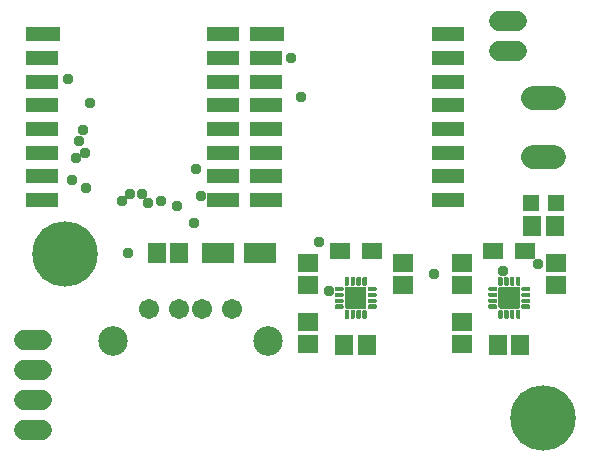
<source format=gts>
G04 EAGLE Gerber RS-274X export*
G75*
%MOMM*%
%FSLAX34Y34*%
%LPD*%
%INTop Solder Mask*%
%IPPOS*%
%AMOC8*
5,1,8,0,0,1.08239X$1,22.5*%
G01*
%ADD10R,1.503200X1.703200*%
%ADD11R,1.703200X1.503200*%
%ADD12R,1.703200X1.403200*%
%ADD13C,1.727200*%
%ADD14R,3.003200X1.303200*%
%ADD15R,2.803200X1.303200*%
%ADD16C,1.993900*%
%ADD17R,2.803200X1.803200*%
%ADD18C,5.537200*%
%ADD19C,1.711200*%
%ADD20C,2.503200*%
%ADD21R,1.403200X1.403200*%
%ADD22C,0.959600*%

G36*
X437042Y132919D02*
X437042Y132919D01*
X437183Y132935D01*
X437195Y132939D01*
X437207Y132941D01*
X437339Y132995D01*
X437472Y133046D01*
X437481Y133053D01*
X437493Y133057D01*
X437607Y133144D01*
X437722Y133227D01*
X437730Y133236D01*
X437739Y133244D01*
X437828Y133356D01*
X437918Y133466D01*
X437923Y133477D01*
X437930Y133487D01*
X437987Y133617D01*
X438046Y133747D01*
X438048Y133758D01*
X438053Y133770D01*
X438099Y134076D01*
X438098Y134089D01*
X438099Y134100D01*
X438099Y149900D01*
X438081Y150042D01*
X438065Y150183D01*
X438061Y150195D01*
X438059Y150207D01*
X438005Y150339D01*
X437954Y150472D01*
X437947Y150481D01*
X437943Y150493D01*
X437856Y150607D01*
X437773Y150722D01*
X437764Y150730D01*
X437756Y150739D01*
X437644Y150828D01*
X437534Y150918D01*
X437523Y150923D01*
X437513Y150930D01*
X437383Y150987D01*
X437253Y151046D01*
X437242Y151048D01*
X437230Y151053D01*
X436924Y151099D01*
X436911Y151098D01*
X436900Y151099D01*
X421100Y151099D01*
X420958Y151081D01*
X420817Y151065D01*
X420806Y151061D01*
X420793Y151059D01*
X420661Y151005D01*
X420528Y150954D01*
X420519Y150947D01*
X420507Y150943D01*
X420393Y150856D01*
X420278Y150773D01*
X420270Y150764D01*
X420261Y150756D01*
X420172Y150644D01*
X420082Y150534D01*
X420077Y150523D01*
X420070Y150513D01*
X420013Y150383D01*
X419954Y150253D01*
X419952Y150242D01*
X419947Y150230D01*
X419901Y149924D01*
X419902Y149911D01*
X419901Y149900D01*
X419901Y134100D01*
X419919Y133958D01*
X419935Y133817D01*
X419939Y133806D01*
X419941Y133793D01*
X419995Y133661D01*
X420046Y133528D01*
X420053Y133519D01*
X420057Y133507D01*
X420144Y133393D01*
X420227Y133278D01*
X420236Y133270D01*
X420244Y133261D01*
X420356Y133172D01*
X420466Y133082D01*
X420477Y133077D01*
X420487Y133070D01*
X420617Y133013D01*
X420747Y132954D01*
X420758Y132952D01*
X420770Y132947D01*
X421076Y132901D01*
X421089Y132902D01*
X421100Y132901D01*
X436900Y132901D01*
X437042Y132919D01*
G37*
G36*
X307042Y132919D02*
X307042Y132919D01*
X307183Y132935D01*
X307195Y132939D01*
X307207Y132941D01*
X307339Y132995D01*
X307472Y133046D01*
X307481Y133053D01*
X307493Y133057D01*
X307607Y133144D01*
X307722Y133227D01*
X307730Y133236D01*
X307739Y133244D01*
X307828Y133356D01*
X307918Y133466D01*
X307923Y133477D01*
X307930Y133487D01*
X307987Y133617D01*
X308046Y133747D01*
X308048Y133758D01*
X308053Y133770D01*
X308099Y134076D01*
X308098Y134089D01*
X308099Y134100D01*
X308099Y149900D01*
X308081Y150042D01*
X308065Y150183D01*
X308061Y150195D01*
X308059Y150207D01*
X308005Y150339D01*
X307954Y150472D01*
X307947Y150481D01*
X307943Y150493D01*
X307856Y150607D01*
X307773Y150722D01*
X307764Y150730D01*
X307756Y150739D01*
X307644Y150828D01*
X307534Y150918D01*
X307523Y150923D01*
X307513Y150930D01*
X307383Y150987D01*
X307253Y151046D01*
X307242Y151048D01*
X307230Y151053D01*
X306924Y151099D01*
X306911Y151098D01*
X306900Y151099D01*
X291100Y151099D01*
X290958Y151081D01*
X290817Y151065D01*
X290806Y151061D01*
X290793Y151059D01*
X290661Y151005D01*
X290528Y150954D01*
X290519Y150947D01*
X290507Y150943D01*
X290393Y150856D01*
X290278Y150773D01*
X290270Y150764D01*
X290261Y150756D01*
X290172Y150644D01*
X290082Y150534D01*
X290077Y150523D01*
X290070Y150513D01*
X290013Y150383D01*
X289954Y150253D01*
X289952Y150242D01*
X289947Y150230D01*
X289901Y149924D01*
X289902Y149911D01*
X289901Y149900D01*
X289901Y134100D01*
X289919Y133958D01*
X289935Y133817D01*
X289939Y133806D01*
X289941Y133793D01*
X289995Y133661D01*
X290046Y133528D01*
X290053Y133519D01*
X290057Y133507D01*
X290144Y133393D01*
X290227Y133278D01*
X290236Y133270D01*
X290244Y133261D01*
X290356Y133172D01*
X290466Y133082D01*
X290477Y133077D01*
X290487Y133070D01*
X290617Y133013D01*
X290747Y132954D01*
X290758Y132952D01*
X290770Y132947D01*
X291076Y132901D01*
X291089Y132902D01*
X291100Y132901D01*
X306900Y132901D01*
X307042Y132919D01*
G37*
G36*
X292342Y152319D02*
X292342Y152319D01*
X292483Y152335D01*
X292495Y152339D01*
X292507Y152341D01*
X292639Y152395D01*
X292772Y152446D01*
X292781Y152453D01*
X292793Y152457D01*
X292907Y152544D01*
X293022Y152627D01*
X293030Y152636D01*
X293039Y152644D01*
X293128Y152756D01*
X293218Y152866D01*
X293223Y152877D01*
X293230Y152887D01*
X293287Y153017D01*
X293346Y153147D01*
X293348Y153158D01*
X293353Y153170D01*
X293399Y153476D01*
X293398Y153489D01*
X293399Y153500D01*
X293399Y158500D01*
X293381Y158642D01*
X293365Y158783D01*
X293361Y158795D01*
X293359Y158807D01*
X293305Y158939D01*
X293254Y159072D01*
X293247Y159081D01*
X293243Y159093D01*
X293156Y159207D01*
X293073Y159322D01*
X293064Y159330D01*
X293056Y159339D01*
X292944Y159428D01*
X292834Y159518D01*
X292823Y159523D01*
X292813Y159530D01*
X292683Y159587D01*
X292553Y159646D01*
X292542Y159648D01*
X292530Y159653D01*
X292224Y159699D01*
X292211Y159698D01*
X292200Y159699D01*
X290800Y159699D01*
X290658Y159681D01*
X290517Y159665D01*
X290506Y159661D01*
X290493Y159659D01*
X290361Y159605D01*
X290228Y159554D01*
X290219Y159547D01*
X290207Y159543D01*
X290093Y159456D01*
X289978Y159373D01*
X289970Y159364D01*
X289961Y159356D01*
X289872Y159244D01*
X289782Y159134D01*
X289777Y159123D01*
X289770Y159113D01*
X289713Y158983D01*
X289654Y158853D01*
X289652Y158842D01*
X289647Y158830D01*
X289601Y158524D01*
X289602Y158511D01*
X289601Y158500D01*
X289601Y153500D01*
X289619Y153358D01*
X289635Y153217D01*
X289639Y153206D01*
X289641Y153193D01*
X289695Y153061D01*
X289746Y152928D01*
X289753Y152919D01*
X289757Y152907D01*
X289844Y152793D01*
X289927Y152678D01*
X289936Y152670D01*
X289944Y152661D01*
X290056Y152572D01*
X290166Y152482D01*
X290177Y152477D01*
X290187Y152470D01*
X290317Y152413D01*
X290447Y152354D01*
X290458Y152352D01*
X290470Y152347D01*
X290776Y152301D01*
X290789Y152302D01*
X290800Y152301D01*
X292200Y152301D01*
X292342Y152319D01*
G37*
G36*
X297342Y152319D02*
X297342Y152319D01*
X297483Y152335D01*
X297495Y152339D01*
X297507Y152341D01*
X297639Y152395D01*
X297772Y152446D01*
X297781Y152453D01*
X297793Y152457D01*
X297907Y152544D01*
X298022Y152627D01*
X298030Y152636D01*
X298039Y152644D01*
X298128Y152756D01*
X298218Y152866D01*
X298223Y152877D01*
X298230Y152887D01*
X298287Y153017D01*
X298346Y153147D01*
X298348Y153158D01*
X298353Y153170D01*
X298399Y153476D01*
X298398Y153489D01*
X298399Y153500D01*
X298399Y158500D01*
X298381Y158642D01*
X298365Y158783D01*
X298361Y158795D01*
X298359Y158807D01*
X298305Y158939D01*
X298254Y159072D01*
X298247Y159081D01*
X298243Y159093D01*
X298156Y159207D01*
X298073Y159322D01*
X298064Y159330D01*
X298056Y159339D01*
X297944Y159428D01*
X297834Y159518D01*
X297823Y159523D01*
X297813Y159530D01*
X297683Y159587D01*
X297553Y159646D01*
X297542Y159648D01*
X297530Y159653D01*
X297224Y159699D01*
X297211Y159698D01*
X297200Y159699D01*
X295800Y159699D01*
X295658Y159681D01*
X295517Y159665D01*
X295506Y159661D01*
X295493Y159659D01*
X295361Y159605D01*
X295228Y159554D01*
X295219Y159547D01*
X295207Y159543D01*
X295093Y159456D01*
X294978Y159373D01*
X294970Y159364D01*
X294961Y159356D01*
X294872Y159244D01*
X294782Y159134D01*
X294777Y159123D01*
X294770Y159113D01*
X294713Y158983D01*
X294654Y158853D01*
X294652Y158842D01*
X294647Y158830D01*
X294601Y158524D01*
X294602Y158511D01*
X294601Y158500D01*
X294601Y153500D01*
X294619Y153358D01*
X294635Y153217D01*
X294639Y153206D01*
X294641Y153193D01*
X294695Y153061D01*
X294746Y152928D01*
X294753Y152919D01*
X294757Y152907D01*
X294844Y152793D01*
X294927Y152678D01*
X294936Y152670D01*
X294944Y152661D01*
X295056Y152572D01*
X295166Y152482D01*
X295177Y152477D01*
X295187Y152470D01*
X295317Y152413D01*
X295447Y152354D01*
X295458Y152352D01*
X295470Y152347D01*
X295776Y152301D01*
X295789Y152302D01*
X295800Y152301D01*
X297200Y152301D01*
X297342Y152319D01*
G37*
G36*
X437342Y152319D02*
X437342Y152319D01*
X437483Y152335D01*
X437495Y152339D01*
X437507Y152341D01*
X437639Y152395D01*
X437772Y152446D01*
X437781Y152453D01*
X437793Y152457D01*
X437907Y152544D01*
X438022Y152627D01*
X438030Y152636D01*
X438039Y152644D01*
X438128Y152756D01*
X438218Y152866D01*
X438223Y152877D01*
X438230Y152887D01*
X438287Y153017D01*
X438346Y153147D01*
X438348Y153158D01*
X438353Y153170D01*
X438399Y153476D01*
X438398Y153489D01*
X438399Y153500D01*
X438399Y158500D01*
X438381Y158642D01*
X438365Y158783D01*
X438361Y158795D01*
X438359Y158807D01*
X438305Y158939D01*
X438254Y159072D01*
X438247Y159081D01*
X438243Y159093D01*
X438156Y159207D01*
X438073Y159322D01*
X438064Y159330D01*
X438056Y159339D01*
X437944Y159428D01*
X437834Y159518D01*
X437823Y159523D01*
X437813Y159530D01*
X437683Y159587D01*
X437553Y159646D01*
X437542Y159648D01*
X437530Y159653D01*
X437224Y159699D01*
X437211Y159698D01*
X437200Y159699D01*
X435800Y159699D01*
X435658Y159681D01*
X435517Y159665D01*
X435506Y159661D01*
X435493Y159659D01*
X435361Y159605D01*
X435228Y159554D01*
X435219Y159547D01*
X435207Y159543D01*
X435093Y159456D01*
X434978Y159373D01*
X434970Y159364D01*
X434961Y159356D01*
X434872Y159244D01*
X434782Y159134D01*
X434777Y159123D01*
X434770Y159113D01*
X434713Y158983D01*
X434654Y158853D01*
X434652Y158842D01*
X434647Y158830D01*
X434601Y158524D01*
X434602Y158511D01*
X434601Y158500D01*
X434601Y153500D01*
X434619Y153358D01*
X434635Y153217D01*
X434639Y153206D01*
X434641Y153193D01*
X434695Y153061D01*
X434746Y152928D01*
X434753Y152919D01*
X434757Y152907D01*
X434844Y152793D01*
X434927Y152678D01*
X434936Y152670D01*
X434944Y152661D01*
X435056Y152572D01*
X435166Y152482D01*
X435177Y152477D01*
X435187Y152470D01*
X435317Y152413D01*
X435447Y152354D01*
X435458Y152352D01*
X435470Y152347D01*
X435776Y152301D01*
X435789Y152302D01*
X435800Y152301D01*
X437200Y152301D01*
X437342Y152319D01*
G37*
G36*
X302342Y152319D02*
X302342Y152319D01*
X302483Y152335D01*
X302495Y152339D01*
X302507Y152341D01*
X302639Y152395D01*
X302772Y152446D01*
X302781Y152453D01*
X302793Y152457D01*
X302907Y152544D01*
X303022Y152627D01*
X303030Y152636D01*
X303039Y152644D01*
X303128Y152756D01*
X303218Y152866D01*
X303223Y152877D01*
X303230Y152887D01*
X303287Y153017D01*
X303346Y153147D01*
X303348Y153158D01*
X303353Y153170D01*
X303399Y153476D01*
X303398Y153489D01*
X303399Y153500D01*
X303399Y158500D01*
X303381Y158642D01*
X303365Y158783D01*
X303361Y158795D01*
X303359Y158807D01*
X303305Y158939D01*
X303254Y159072D01*
X303247Y159081D01*
X303243Y159093D01*
X303156Y159207D01*
X303073Y159322D01*
X303064Y159330D01*
X303056Y159339D01*
X302944Y159428D01*
X302834Y159518D01*
X302823Y159523D01*
X302813Y159530D01*
X302683Y159587D01*
X302553Y159646D01*
X302542Y159648D01*
X302530Y159653D01*
X302224Y159699D01*
X302211Y159698D01*
X302200Y159699D01*
X300800Y159699D01*
X300658Y159681D01*
X300517Y159665D01*
X300506Y159661D01*
X300493Y159659D01*
X300361Y159605D01*
X300228Y159554D01*
X300219Y159547D01*
X300207Y159543D01*
X300093Y159456D01*
X299978Y159373D01*
X299970Y159364D01*
X299961Y159356D01*
X299872Y159244D01*
X299782Y159134D01*
X299777Y159123D01*
X299770Y159113D01*
X299713Y158983D01*
X299654Y158853D01*
X299652Y158842D01*
X299647Y158830D01*
X299601Y158524D01*
X299602Y158511D01*
X299601Y158500D01*
X299601Y153500D01*
X299619Y153358D01*
X299635Y153217D01*
X299639Y153206D01*
X299641Y153193D01*
X299695Y153061D01*
X299746Y152928D01*
X299753Y152919D01*
X299757Y152907D01*
X299844Y152793D01*
X299927Y152678D01*
X299936Y152670D01*
X299944Y152661D01*
X300056Y152572D01*
X300166Y152482D01*
X300177Y152477D01*
X300187Y152470D01*
X300317Y152413D01*
X300447Y152354D01*
X300458Y152352D01*
X300470Y152347D01*
X300776Y152301D01*
X300789Y152302D01*
X300800Y152301D01*
X302200Y152301D01*
X302342Y152319D01*
G37*
G36*
X307342Y152319D02*
X307342Y152319D01*
X307483Y152335D01*
X307495Y152339D01*
X307507Y152341D01*
X307639Y152395D01*
X307772Y152446D01*
X307781Y152453D01*
X307793Y152457D01*
X307907Y152544D01*
X308022Y152627D01*
X308030Y152636D01*
X308039Y152644D01*
X308128Y152756D01*
X308218Y152866D01*
X308223Y152877D01*
X308230Y152887D01*
X308287Y153017D01*
X308346Y153147D01*
X308348Y153158D01*
X308353Y153170D01*
X308399Y153476D01*
X308398Y153489D01*
X308399Y153500D01*
X308399Y158500D01*
X308381Y158642D01*
X308365Y158783D01*
X308361Y158795D01*
X308359Y158807D01*
X308305Y158939D01*
X308254Y159072D01*
X308247Y159081D01*
X308243Y159093D01*
X308156Y159207D01*
X308073Y159322D01*
X308064Y159330D01*
X308056Y159339D01*
X307944Y159428D01*
X307834Y159518D01*
X307823Y159523D01*
X307813Y159530D01*
X307683Y159587D01*
X307553Y159646D01*
X307542Y159648D01*
X307530Y159653D01*
X307224Y159699D01*
X307211Y159698D01*
X307200Y159699D01*
X305800Y159699D01*
X305658Y159681D01*
X305517Y159665D01*
X305506Y159661D01*
X305493Y159659D01*
X305361Y159605D01*
X305228Y159554D01*
X305219Y159547D01*
X305207Y159543D01*
X305093Y159456D01*
X304978Y159373D01*
X304970Y159364D01*
X304961Y159356D01*
X304872Y159244D01*
X304782Y159134D01*
X304777Y159123D01*
X304770Y159113D01*
X304713Y158983D01*
X304654Y158853D01*
X304652Y158842D01*
X304647Y158830D01*
X304601Y158524D01*
X304602Y158511D01*
X304601Y158500D01*
X304601Y153500D01*
X304619Y153358D01*
X304635Y153217D01*
X304639Y153206D01*
X304641Y153193D01*
X304695Y153061D01*
X304746Y152928D01*
X304753Y152919D01*
X304757Y152907D01*
X304844Y152793D01*
X304927Y152678D01*
X304936Y152670D01*
X304944Y152661D01*
X305056Y152572D01*
X305166Y152482D01*
X305177Y152477D01*
X305187Y152470D01*
X305317Y152413D01*
X305447Y152354D01*
X305458Y152352D01*
X305470Y152347D01*
X305776Y152301D01*
X305789Y152302D01*
X305800Y152301D01*
X307200Y152301D01*
X307342Y152319D01*
G37*
G36*
X422342Y152319D02*
X422342Y152319D01*
X422483Y152335D01*
X422495Y152339D01*
X422507Y152341D01*
X422639Y152395D01*
X422772Y152446D01*
X422781Y152453D01*
X422793Y152457D01*
X422907Y152544D01*
X423022Y152627D01*
X423030Y152636D01*
X423039Y152644D01*
X423128Y152756D01*
X423218Y152866D01*
X423223Y152877D01*
X423230Y152887D01*
X423287Y153017D01*
X423346Y153147D01*
X423348Y153158D01*
X423353Y153170D01*
X423399Y153476D01*
X423398Y153489D01*
X423399Y153500D01*
X423399Y158500D01*
X423381Y158642D01*
X423365Y158783D01*
X423361Y158795D01*
X423359Y158807D01*
X423305Y158939D01*
X423254Y159072D01*
X423247Y159081D01*
X423243Y159093D01*
X423156Y159207D01*
X423073Y159322D01*
X423064Y159330D01*
X423056Y159339D01*
X422944Y159428D01*
X422834Y159518D01*
X422823Y159523D01*
X422813Y159530D01*
X422683Y159587D01*
X422553Y159646D01*
X422542Y159648D01*
X422530Y159653D01*
X422224Y159699D01*
X422211Y159698D01*
X422200Y159699D01*
X420800Y159699D01*
X420658Y159681D01*
X420517Y159665D01*
X420506Y159661D01*
X420493Y159659D01*
X420361Y159605D01*
X420228Y159554D01*
X420219Y159547D01*
X420207Y159543D01*
X420093Y159456D01*
X419978Y159373D01*
X419970Y159364D01*
X419961Y159356D01*
X419872Y159244D01*
X419782Y159134D01*
X419777Y159123D01*
X419770Y159113D01*
X419713Y158983D01*
X419654Y158853D01*
X419652Y158842D01*
X419647Y158830D01*
X419601Y158524D01*
X419602Y158511D01*
X419601Y158500D01*
X419601Y153500D01*
X419619Y153358D01*
X419635Y153217D01*
X419639Y153206D01*
X419641Y153193D01*
X419695Y153061D01*
X419746Y152928D01*
X419753Y152919D01*
X419757Y152907D01*
X419844Y152793D01*
X419927Y152678D01*
X419936Y152670D01*
X419944Y152661D01*
X420056Y152572D01*
X420166Y152482D01*
X420177Y152477D01*
X420187Y152470D01*
X420317Y152413D01*
X420447Y152354D01*
X420458Y152352D01*
X420470Y152347D01*
X420776Y152301D01*
X420789Y152302D01*
X420800Y152301D01*
X422200Y152301D01*
X422342Y152319D01*
G37*
G36*
X432342Y152319D02*
X432342Y152319D01*
X432483Y152335D01*
X432495Y152339D01*
X432507Y152341D01*
X432639Y152395D01*
X432772Y152446D01*
X432781Y152453D01*
X432793Y152457D01*
X432907Y152544D01*
X433022Y152627D01*
X433030Y152636D01*
X433039Y152644D01*
X433128Y152756D01*
X433218Y152866D01*
X433223Y152877D01*
X433230Y152887D01*
X433287Y153017D01*
X433346Y153147D01*
X433348Y153158D01*
X433353Y153170D01*
X433399Y153476D01*
X433398Y153489D01*
X433399Y153500D01*
X433399Y158500D01*
X433381Y158642D01*
X433365Y158783D01*
X433361Y158795D01*
X433359Y158807D01*
X433305Y158939D01*
X433254Y159072D01*
X433247Y159081D01*
X433243Y159093D01*
X433156Y159207D01*
X433073Y159322D01*
X433064Y159330D01*
X433056Y159339D01*
X432944Y159428D01*
X432834Y159518D01*
X432823Y159523D01*
X432813Y159530D01*
X432683Y159587D01*
X432553Y159646D01*
X432542Y159648D01*
X432530Y159653D01*
X432224Y159699D01*
X432211Y159698D01*
X432200Y159699D01*
X430800Y159699D01*
X430658Y159681D01*
X430517Y159665D01*
X430506Y159661D01*
X430493Y159659D01*
X430361Y159605D01*
X430228Y159554D01*
X430219Y159547D01*
X430207Y159543D01*
X430093Y159456D01*
X429978Y159373D01*
X429970Y159364D01*
X429961Y159356D01*
X429872Y159244D01*
X429782Y159134D01*
X429777Y159123D01*
X429770Y159113D01*
X429713Y158983D01*
X429654Y158853D01*
X429652Y158842D01*
X429647Y158830D01*
X429601Y158524D01*
X429602Y158511D01*
X429601Y158500D01*
X429601Y153500D01*
X429619Y153358D01*
X429635Y153217D01*
X429639Y153206D01*
X429641Y153193D01*
X429695Y153061D01*
X429746Y152928D01*
X429753Y152919D01*
X429757Y152907D01*
X429844Y152793D01*
X429927Y152678D01*
X429936Y152670D01*
X429944Y152661D01*
X430056Y152572D01*
X430166Y152482D01*
X430177Y152477D01*
X430187Y152470D01*
X430317Y152413D01*
X430447Y152354D01*
X430458Y152352D01*
X430470Y152347D01*
X430776Y152301D01*
X430789Y152302D01*
X430800Y152301D01*
X432200Y152301D01*
X432342Y152319D01*
G37*
G36*
X427342Y152319D02*
X427342Y152319D01*
X427483Y152335D01*
X427495Y152339D01*
X427507Y152341D01*
X427639Y152395D01*
X427772Y152446D01*
X427781Y152453D01*
X427793Y152457D01*
X427907Y152544D01*
X428022Y152627D01*
X428030Y152636D01*
X428039Y152644D01*
X428128Y152756D01*
X428218Y152866D01*
X428223Y152877D01*
X428230Y152887D01*
X428287Y153017D01*
X428346Y153147D01*
X428348Y153158D01*
X428353Y153170D01*
X428399Y153476D01*
X428398Y153489D01*
X428399Y153500D01*
X428399Y158500D01*
X428381Y158642D01*
X428365Y158783D01*
X428361Y158795D01*
X428359Y158807D01*
X428305Y158939D01*
X428254Y159072D01*
X428247Y159081D01*
X428243Y159093D01*
X428156Y159207D01*
X428073Y159322D01*
X428064Y159330D01*
X428056Y159339D01*
X427944Y159428D01*
X427834Y159518D01*
X427823Y159523D01*
X427813Y159530D01*
X427683Y159587D01*
X427553Y159646D01*
X427542Y159648D01*
X427530Y159653D01*
X427224Y159699D01*
X427211Y159698D01*
X427200Y159699D01*
X425800Y159699D01*
X425658Y159681D01*
X425517Y159665D01*
X425506Y159661D01*
X425493Y159659D01*
X425361Y159605D01*
X425228Y159554D01*
X425219Y159547D01*
X425207Y159543D01*
X425093Y159456D01*
X424978Y159373D01*
X424970Y159364D01*
X424961Y159356D01*
X424872Y159244D01*
X424782Y159134D01*
X424777Y159123D01*
X424770Y159113D01*
X424713Y158983D01*
X424654Y158853D01*
X424652Y158842D01*
X424647Y158830D01*
X424601Y158524D01*
X424602Y158511D01*
X424601Y158500D01*
X424601Y153500D01*
X424619Y153358D01*
X424635Y153217D01*
X424639Y153206D01*
X424641Y153193D01*
X424695Y153061D01*
X424746Y152928D01*
X424753Y152919D01*
X424757Y152907D01*
X424844Y152793D01*
X424927Y152678D01*
X424936Y152670D01*
X424944Y152661D01*
X425056Y152572D01*
X425166Y152482D01*
X425177Y152477D01*
X425187Y152470D01*
X425317Y152413D01*
X425447Y152354D01*
X425458Y152352D01*
X425470Y152347D01*
X425776Y152301D01*
X425789Y152302D01*
X425800Y152301D01*
X427200Y152301D01*
X427342Y152319D01*
G37*
G36*
X445642Y147619D02*
X445642Y147619D01*
X445783Y147635D01*
X445795Y147639D01*
X445807Y147641D01*
X445939Y147695D01*
X446072Y147746D01*
X446081Y147753D01*
X446093Y147757D01*
X446207Y147844D01*
X446322Y147927D01*
X446330Y147936D01*
X446339Y147944D01*
X446428Y148056D01*
X446518Y148166D01*
X446523Y148177D01*
X446530Y148187D01*
X446587Y148317D01*
X446646Y148447D01*
X446648Y148458D01*
X446653Y148470D01*
X446699Y148776D01*
X446698Y148789D01*
X446699Y148800D01*
X446699Y150200D01*
X446681Y150342D01*
X446665Y150483D01*
X446661Y150495D01*
X446659Y150507D01*
X446605Y150639D01*
X446554Y150772D01*
X446547Y150781D01*
X446543Y150793D01*
X446456Y150907D01*
X446373Y151022D01*
X446364Y151030D01*
X446356Y151039D01*
X446244Y151128D01*
X446134Y151218D01*
X446123Y151223D01*
X446113Y151230D01*
X445983Y151287D01*
X445853Y151346D01*
X445842Y151348D01*
X445830Y151353D01*
X445524Y151399D01*
X445511Y151398D01*
X445500Y151399D01*
X440500Y151399D01*
X440358Y151381D01*
X440217Y151365D01*
X440206Y151361D01*
X440193Y151359D01*
X440061Y151305D01*
X439928Y151254D01*
X439919Y151247D01*
X439907Y151243D01*
X439793Y151156D01*
X439678Y151073D01*
X439670Y151064D01*
X439661Y151056D01*
X439572Y150944D01*
X439482Y150834D01*
X439477Y150823D01*
X439470Y150813D01*
X439413Y150683D01*
X439354Y150553D01*
X439352Y150542D01*
X439347Y150530D01*
X439301Y150224D01*
X439302Y150211D01*
X439301Y150200D01*
X439301Y148800D01*
X439319Y148658D01*
X439335Y148517D01*
X439339Y148506D01*
X439341Y148493D01*
X439395Y148361D01*
X439446Y148228D01*
X439453Y148219D01*
X439457Y148207D01*
X439544Y148093D01*
X439627Y147978D01*
X439636Y147970D01*
X439644Y147961D01*
X439756Y147872D01*
X439866Y147782D01*
X439877Y147777D01*
X439887Y147770D01*
X440017Y147713D01*
X440147Y147654D01*
X440158Y147652D01*
X440170Y147647D01*
X440476Y147601D01*
X440489Y147602D01*
X440500Y147601D01*
X445500Y147601D01*
X445642Y147619D01*
G37*
G36*
X287642Y147619D02*
X287642Y147619D01*
X287783Y147635D01*
X287795Y147639D01*
X287807Y147641D01*
X287939Y147695D01*
X288072Y147746D01*
X288081Y147753D01*
X288093Y147757D01*
X288207Y147844D01*
X288322Y147927D01*
X288330Y147936D01*
X288339Y147944D01*
X288428Y148056D01*
X288518Y148166D01*
X288523Y148177D01*
X288530Y148187D01*
X288587Y148317D01*
X288646Y148447D01*
X288648Y148458D01*
X288653Y148470D01*
X288699Y148776D01*
X288698Y148789D01*
X288699Y148800D01*
X288699Y150200D01*
X288681Y150342D01*
X288665Y150483D01*
X288661Y150495D01*
X288659Y150507D01*
X288605Y150639D01*
X288554Y150772D01*
X288547Y150781D01*
X288543Y150793D01*
X288456Y150907D01*
X288373Y151022D01*
X288364Y151030D01*
X288356Y151039D01*
X288244Y151128D01*
X288134Y151218D01*
X288123Y151223D01*
X288113Y151230D01*
X287983Y151287D01*
X287853Y151346D01*
X287842Y151348D01*
X287830Y151353D01*
X287524Y151399D01*
X287511Y151398D01*
X287500Y151399D01*
X282500Y151399D01*
X282358Y151381D01*
X282217Y151365D01*
X282206Y151361D01*
X282193Y151359D01*
X282061Y151305D01*
X281928Y151254D01*
X281919Y151247D01*
X281907Y151243D01*
X281793Y151156D01*
X281678Y151073D01*
X281670Y151064D01*
X281661Y151056D01*
X281572Y150944D01*
X281482Y150834D01*
X281477Y150823D01*
X281470Y150813D01*
X281413Y150683D01*
X281354Y150553D01*
X281352Y150542D01*
X281347Y150530D01*
X281301Y150224D01*
X281302Y150211D01*
X281301Y150200D01*
X281301Y148800D01*
X281319Y148658D01*
X281335Y148517D01*
X281339Y148506D01*
X281341Y148493D01*
X281395Y148361D01*
X281446Y148228D01*
X281453Y148219D01*
X281457Y148207D01*
X281544Y148093D01*
X281627Y147978D01*
X281636Y147970D01*
X281644Y147961D01*
X281756Y147872D01*
X281866Y147782D01*
X281877Y147777D01*
X281887Y147770D01*
X282017Y147713D01*
X282147Y147654D01*
X282158Y147652D01*
X282170Y147647D01*
X282476Y147601D01*
X282489Y147602D01*
X282500Y147601D01*
X287500Y147601D01*
X287642Y147619D01*
G37*
G36*
X417642Y147619D02*
X417642Y147619D01*
X417783Y147635D01*
X417795Y147639D01*
X417807Y147641D01*
X417939Y147695D01*
X418072Y147746D01*
X418081Y147753D01*
X418093Y147757D01*
X418207Y147844D01*
X418322Y147927D01*
X418330Y147936D01*
X418339Y147944D01*
X418428Y148056D01*
X418518Y148166D01*
X418523Y148177D01*
X418530Y148187D01*
X418587Y148317D01*
X418646Y148447D01*
X418648Y148458D01*
X418653Y148470D01*
X418699Y148776D01*
X418698Y148789D01*
X418699Y148800D01*
X418699Y150200D01*
X418681Y150342D01*
X418665Y150483D01*
X418661Y150495D01*
X418659Y150507D01*
X418605Y150639D01*
X418554Y150772D01*
X418547Y150781D01*
X418543Y150793D01*
X418456Y150907D01*
X418373Y151022D01*
X418364Y151030D01*
X418356Y151039D01*
X418244Y151128D01*
X418134Y151218D01*
X418123Y151223D01*
X418113Y151230D01*
X417983Y151287D01*
X417853Y151346D01*
X417842Y151348D01*
X417830Y151353D01*
X417524Y151399D01*
X417511Y151398D01*
X417500Y151399D01*
X412500Y151399D01*
X412358Y151381D01*
X412217Y151365D01*
X412206Y151361D01*
X412193Y151359D01*
X412061Y151305D01*
X411928Y151254D01*
X411919Y151247D01*
X411907Y151243D01*
X411793Y151156D01*
X411678Y151073D01*
X411670Y151064D01*
X411661Y151056D01*
X411572Y150944D01*
X411482Y150834D01*
X411477Y150823D01*
X411470Y150813D01*
X411413Y150683D01*
X411354Y150553D01*
X411352Y150542D01*
X411347Y150530D01*
X411301Y150224D01*
X411302Y150211D01*
X411301Y150200D01*
X411301Y148800D01*
X411319Y148658D01*
X411335Y148517D01*
X411339Y148506D01*
X411341Y148493D01*
X411395Y148361D01*
X411446Y148228D01*
X411453Y148219D01*
X411457Y148207D01*
X411544Y148093D01*
X411627Y147978D01*
X411636Y147970D01*
X411644Y147961D01*
X411756Y147872D01*
X411866Y147782D01*
X411877Y147777D01*
X411887Y147770D01*
X412017Y147713D01*
X412147Y147654D01*
X412158Y147652D01*
X412170Y147647D01*
X412476Y147601D01*
X412489Y147602D01*
X412500Y147601D01*
X417500Y147601D01*
X417642Y147619D01*
G37*
G36*
X315642Y147619D02*
X315642Y147619D01*
X315783Y147635D01*
X315795Y147639D01*
X315807Y147641D01*
X315939Y147695D01*
X316072Y147746D01*
X316081Y147753D01*
X316093Y147757D01*
X316207Y147844D01*
X316322Y147927D01*
X316330Y147936D01*
X316339Y147944D01*
X316428Y148056D01*
X316518Y148166D01*
X316523Y148177D01*
X316530Y148187D01*
X316587Y148317D01*
X316646Y148447D01*
X316648Y148458D01*
X316653Y148470D01*
X316699Y148776D01*
X316698Y148789D01*
X316699Y148800D01*
X316699Y150200D01*
X316681Y150342D01*
X316665Y150483D01*
X316661Y150495D01*
X316659Y150507D01*
X316605Y150639D01*
X316554Y150772D01*
X316547Y150781D01*
X316543Y150793D01*
X316456Y150907D01*
X316373Y151022D01*
X316364Y151030D01*
X316356Y151039D01*
X316244Y151128D01*
X316134Y151218D01*
X316123Y151223D01*
X316113Y151230D01*
X315983Y151287D01*
X315853Y151346D01*
X315842Y151348D01*
X315830Y151353D01*
X315524Y151399D01*
X315511Y151398D01*
X315500Y151399D01*
X310500Y151399D01*
X310358Y151381D01*
X310217Y151365D01*
X310206Y151361D01*
X310193Y151359D01*
X310061Y151305D01*
X309928Y151254D01*
X309919Y151247D01*
X309907Y151243D01*
X309793Y151156D01*
X309678Y151073D01*
X309670Y151064D01*
X309661Y151056D01*
X309572Y150944D01*
X309482Y150834D01*
X309477Y150823D01*
X309470Y150813D01*
X309413Y150683D01*
X309354Y150553D01*
X309352Y150542D01*
X309347Y150530D01*
X309301Y150224D01*
X309302Y150211D01*
X309301Y150200D01*
X309301Y148800D01*
X309319Y148658D01*
X309335Y148517D01*
X309339Y148506D01*
X309341Y148493D01*
X309395Y148361D01*
X309446Y148228D01*
X309453Y148219D01*
X309457Y148207D01*
X309544Y148093D01*
X309627Y147978D01*
X309636Y147970D01*
X309644Y147961D01*
X309756Y147872D01*
X309866Y147782D01*
X309877Y147777D01*
X309887Y147770D01*
X310017Y147713D01*
X310147Y147654D01*
X310158Y147652D01*
X310170Y147647D01*
X310476Y147601D01*
X310489Y147602D01*
X310500Y147601D01*
X315500Y147601D01*
X315642Y147619D01*
G37*
G36*
X315642Y142619D02*
X315642Y142619D01*
X315783Y142635D01*
X315795Y142639D01*
X315807Y142641D01*
X315939Y142695D01*
X316072Y142746D01*
X316081Y142753D01*
X316093Y142757D01*
X316207Y142844D01*
X316322Y142927D01*
X316330Y142936D01*
X316339Y142944D01*
X316428Y143056D01*
X316518Y143166D01*
X316523Y143177D01*
X316530Y143187D01*
X316587Y143317D01*
X316646Y143447D01*
X316648Y143458D01*
X316653Y143470D01*
X316699Y143776D01*
X316698Y143789D01*
X316699Y143800D01*
X316699Y145200D01*
X316681Y145342D01*
X316665Y145483D01*
X316661Y145495D01*
X316659Y145507D01*
X316605Y145639D01*
X316554Y145772D01*
X316547Y145781D01*
X316543Y145793D01*
X316456Y145907D01*
X316373Y146022D01*
X316364Y146030D01*
X316356Y146039D01*
X316244Y146128D01*
X316134Y146218D01*
X316123Y146223D01*
X316113Y146230D01*
X315983Y146287D01*
X315853Y146346D01*
X315842Y146348D01*
X315830Y146353D01*
X315524Y146399D01*
X315511Y146398D01*
X315500Y146399D01*
X310500Y146399D01*
X310358Y146381D01*
X310217Y146365D01*
X310206Y146361D01*
X310193Y146359D01*
X310061Y146305D01*
X309928Y146254D01*
X309919Y146247D01*
X309907Y146243D01*
X309793Y146156D01*
X309678Y146073D01*
X309670Y146064D01*
X309661Y146056D01*
X309572Y145944D01*
X309482Y145834D01*
X309477Y145823D01*
X309470Y145813D01*
X309413Y145683D01*
X309354Y145553D01*
X309352Y145542D01*
X309347Y145530D01*
X309301Y145224D01*
X309302Y145211D01*
X309301Y145200D01*
X309301Y143800D01*
X309319Y143658D01*
X309335Y143517D01*
X309339Y143506D01*
X309341Y143493D01*
X309395Y143361D01*
X309446Y143228D01*
X309453Y143219D01*
X309457Y143207D01*
X309544Y143093D01*
X309627Y142978D01*
X309636Y142970D01*
X309644Y142961D01*
X309756Y142872D01*
X309866Y142782D01*
X309877Y142777D01*
X309887Y142770D01*
X310017Y142713D01*
X310147Y142654D01*
X310158Y142652D01*
X310170Y142647D01*
X310476Y142601D01*
X310489Y142602D01*
X310500Y142601D01*
X315500Y142601D01*
X315642Y142619D01*
G37*
G36*
X445642Y142619D02*
X445642Y142619D01*
X445783Y142635D01*
X445795Y142639D01*
X445807Y142641D01*
X445939Y142695D01*
X446072Y142746D01*
X446081Y142753D01*
X446093Y142757D01*
X446207Y142844D01*
X446322Y142927D01*
X446330Y142936D01*
X446339Y142944D01*
X446428Y143056D01*
X446518Y143166D01*
X446523Y143177D01*
X446530Y143187D01*
X446587Y143317D01*
X446646Y143447D01*
X446648Y143458D01*
X446653Y143470D01*
X446699Y143776D01*
X446698Y143789D01*
X446699Y143800D01*
X446699Y145200D01*
X446681Y145342D01*
X446665Y145483D01*
X446661Y145495D01*
X446659Y145507D01*
X446605Y145639D01*
X446554Y145772D01*
X446547Y145781D01*
X446543Y145793D01*
X446456Y145907D01*
X446373Y146022D01*
X446364Y146030D01*
X446356Y146039D01*
X446244Y146128D01*
X446134Y146218D01*
X446123Y146223D01*
X446113Y146230D01*
X445983Y146287D01*
X445853Y146346D01*
X445842Y146348D01*
X445830Y146353D01*
X445524Y146399D01*
X445511Y146398D01*
X445500Y146399D01*
X440500Y146399D01*
X440358Y146381D01*
X440217Y146365D01*
X440206Y146361D01*
X440193Y146359D01*
X440061Y146305D01*
X439928Y146254D01*
X439919Y146247D01*
X439907Y146243D01*
X439793Y146156D01*
X439678Y146073D01*
X439670Y146064D01*
X439661Y146056D01*
X439572Y145944D01*
X439482Y145834D01*
X439477Y145823D01*
X439470Y145813D01*
X439413Y145683D01*
X439354Y145553D01*
X439352Y145542D01*
X439347Y145530D01*
X439301Y145224D01*
X439302Y145211D01*
X439301Y145200D01*
X439301Y143800D01*
X439319Y143658D01*
X439335Y143517D01*
X439339Y143506D01*
X439341Y143493D01*
X439395Y143361D01*
X439446Y143228D01*
X439453Y143219D01*
X439457Y143207D01*
X439544Y143093D01*
X439627Y142978D01*
X439636Y142970D01*
X439644Y142961D01*
X439756Y142872D01*
X439866Y142782D01*
X439877Y142777D01*
X439887Y142770D01*
X440017Y142713D01*
X440147Y142654D01*
X440158Y142652D01*
X440170Y142647D01*
X440476Y142601D01*
X440489Y142602D01*
X440500Y142601D01*
X445500Y142601D01*
X445642Y142619D01*
G37*
G36*
X417642Y142619D02*
X417642Y142619D01*
X417783Y142635D01*
X417795Y142639D01*
X417807Y142641D01*
X417939Y142695D01*
X418072Y142746D01*
X418081Y142753D01*
X418093Y142757D01*
X418207Y142844D01*
X418322Y142927D01*
X418330Y142936D01*
X418339Y142944D01*
X418428Y143056D01*
X418518Y143166D01*
X418523Y143177D01*
X418530Y143187D01*
X418587Y143317D01*
X418646Y143447D01*
X418648Y143458D01*
X418653Y143470D01*
X418699Y143776D01*
X418698Y143789D01*
X418699Y143800D01*
X418699Y145200D01*
X418681Y145342D01*
X418665Y145483D01*
X418661Y145495D01*
X418659Y145507D01*
X418605Y145639D01*
X418554Y145772D01*
X418547Y145781D01*
X418543Y145793D01*
X418456Y145907D01*
X418373Y146022D01*
X418364Y146030D01*
X418356Y146039D01*
X418244Y146128D01*
X418134Y146218D01*
X418123Y146223D01*
X418113Y146230D01*
X417983Y146287D01*
X417853Y146346D01*
X417842Y146348D01*
X417830Y146353D01*
X417524Y146399D01*
X417511Y146398D01*
X417500Y146399D01*
X412500Y146399D01*
X412358Y146381D01*
X412217Y146365D01*
X412206Y146361D01*
X412193Y146359D01*
X412061Y146305D01*
X411928Y146254D01*
X411919Y146247D01*
X411907Y146243D01*
X411793Y146156D01*
X411678Y146073D01*
X411670Y146064D01*
X411661Y146056D01*
X411572Y145944D01*
X411482Y145834D01*
X411477Y145823D01*
X411470Y145813D01*
X411413Y145683D01*
X411354Y145553D01*
X411352Y145542D01*
X411347Y145530D01*
X411301Y145224D01*
X411302Y145211D01*
X411301Y145200D01*
X411301Y143800D01*
X411319Y143658D01*
X411335Y143517D01*
X411339Y143506D01*
X411341Y143493D01*
X411395Y143361D01*
X411446Y143228D01*
X411453Y143219D01*
X411457Y143207D01*
X411544Y143093D01*
X411627Y142978D01*
X411636Y142970D01*
X411644Y142961D01*
X411756Y142872D01*
X411866Y142782D01*
X411877Y142777D01*
X411887Y142770D01*
X412017Y142713D01*
X412147Y142654D01*
X412158Y142652D01*
X412170Y142647D01*
X412476Y142601D01*
X412489Y142602D01*
X412500Y142601D01*
X417500Y142601D01*
X417642Y142619D01*
G37*
G36*
X287642Y142619D02*
X287642Y142619D01*
X287783Y142635D01*
X287795Y142639D01*
X287807Y142641D01*
X287939Y142695D01*
X288072Y142746D01*
X288081Y142753D01*
X288093Y142757D01*
X288207Y142844D01*
X288322Y142927D01*
X288330Y142936D01*
X288339Y142944D01*
X288428Y143056D01*
X288518Y143166D01*
X288523Y143177D01*
X288530Y143187D01*
X288587Y143317D01*
X288646Y143447D01*
X288648Y143458D01*
X288653Y143470D01*
X288699Y143776D01*
X288698Y143789D01*
X288699Y143800D01*
X288699Y145200D01*
X288681Y145342D01*
X288665Y145483D01*
X288661Y145495D01*
X288659Y145507D01*
X288605Y145639D01*
X288554Y145772D01*
X288547Y145781D01*
X288543Y145793D01*
X288456Y145907D01*
X288373Y146022D01*
X288364Y146030D01*
X288356Y146039D01*
X288244Y146128D01*
X288134Y146218D01*
X288123Y146223D01*
X288113Y146230D01*
X287983Y146287D01*
X287853Y146346D01*
X287842Y146348D01*
X287830Y146353D01*
X287524Y146399D01*
X287511Y146398D01*
X287500Y146399D01*
X282500Y146399D01*
X282358Y146381D01*
X282217Y146365D01*
X282206Y146361D01*
X282193Y146359D01*
X282061Y146305D01*
X281928Y146254D01*
X281919Y146247D01*
X281907Y146243D01*
X281793Y146156D01*
X281678Y146073D01*
X281670Y146064D01*
X281661Y146056D01*
X281572Y145944D01*
X281482Y145834D01*
X281477Y145823D01*
X281470Y145813D01*
X281413Y145683D01*
X281354Y145553D01*
X281352Y145542D01*
X281347Y145530D01*
X281301Y145224D01*
X281302Y145211D01*
X281301Y145200D01*
X281301Y143800D01*
X281319Y143658D01*
X281335Y143517D01*
X281339Y143506D01*
X281341Y143493D01*
X281395Y143361D01*
X281446Y143228D01*
X281453Y143219D01*
X281457Y143207D01*
X281544Y143093D01*
X281627Y142978D01*
X281636Y142970D01*
X281644Y142961D01*
X281756Y142872D01*
X281866Y142782D01*
X281877Y142777D01*
X281887Y142770D01*
X282017Y142713D01*
X282147Y142654D01*
X282158Y142652D01*
X282170Y142647D01*
X282476Y142601D01*
X282489Y142602D01*
X282500Y142601D01*
X287500Y142601D01*
X287642Y142619D01*
G37*
G36*
X315642Y137619D02*
X315642Y137619D01*
X315783Y137635D01*
X315795Y137639D01*
X315807Y137641D01*
X315939Y137695D01*
X316072Y137746D01*
X316081Y137753D01*
X316093Y137757D01*
X316207Y137844D01*
X316322Y137927D01*
X316330Y137936D01*
X316339Y137944D01*
X316428Y138056D01*
X316518Y138166D01*
X316523Y138177D01*
X316530Y138187D01*
X316587Y138317D01*
X316646Y138447D01*
X316648Y138458D01*
X316653Y138470D01*
X316699Y138776D01*
X316698Y138789D01*
X316699Y138800D01*
X316699Y140200D01*
X316681Y140342D01*
X316665Y140483D01*
X316661Y140495D01*
X316659Y140507D01*
X316605Y140639D01*
X316554Y140772D01*
X316547Y140781D01*
X316543Y140793D01*
X316456Y140907D01*
X316373Y141022D01*
X316364Y141030D01*
X316356Y141039D01*
X316244Y141128D01*
X316134Y141218D01*
X316123Y141223D01*
X316113Y141230D01*
X315983Y141287D01*
X315853Y141346D01*
X315842Y141348D01*
X315830Y141353D01*
X315524Y141399D01*
X315511Y141398D01*
X315500Y141399D01*
X310500Y141399D01*
X310358Y141381D01*
X310217Y141365D01*
X310206Y141361D01*
X310193Y141359D01*
X310061Y141305D01*
X309928Y141254D01*
X309919Y141247D01*
X309907Y141243D01*
X309793Y141156D01*
X309678Y141073D01*
X309670Y141064D01*
X309661Y141056D01*
X309572Y140944D01*
X309482Y140834D01*
X309477Y140823D01*
X309470Y140813D01*
X309413Y140683D01*
X309354Y140553D01*
X309352Y140542D01*
X309347Y140530D01*
X309301Y140224D01*
X309302Y140211D01*
X309301Y140200D01*
X309301Y138800D01*
X309319Y138658D01*
X309335Y138517D01*
X309339Y138506D01*
X309341Y138493D01*
X309395Y138361D01*
X309446Y138228D01*
X309453Y138219D01*
X309457Y138207D01*
X309544Y138093D01*
X309627Y137978D01*
X309636Y137970D01*
X309644Y137961D01*
X309756Y137872D01*
X309866Y137782D01*
X309877Y137777D01*
X309887Y137770D01*
X310017Y137713D01*
X310147Y137654D01*
X310158Y137652D01*
X310170Y137647D01*
X310476Y137601D01*
X310489Y137602D01*
X310500Y137601D01*
X315500Y137601D01*
X315642Y137619D01*
G37*
G36*
X287642Y137619D02*
X287642Y137619D01*
X287783Y137635D01*
X287795Y137639D01*
X287807Y137641D01*
X287939Y137695D01*
X288072Y137746D01*
X288081Y137753D01*
X288093Y137757D01*
X288207Y137844D01*
X288322Y137927D01*
X288330Y137936D01*
X288339Y137944D01*
X288428Y138056D01*
X288518Y138166D01*
X288523Y138177D01*
X288530Y138187D01*
X288587Y138317D01*
X288646Y138447D01*
X288648Y138458D01*
X288653Y138470D01*
X288699Y138776D01*
X288698Y138789D01*
X288699Y138800D01*
X288699Y140200D01*
X288681Y140342D01*
X288665Y140483D01*
X288661Y140495D01*
X288659Y140507D01*
X288605Y140639D01*
X288554Y140772D01*
X288547Y140781D01*
X288543Y140793D01*
X288456Y140907D01*
X288373Y141022D01*
X288364Y141030D01*
X288356Y141039D01*
X288244Y141128D01*
X288134Y141218D01*
X288123Y141223D01*
X288113Y141230D01*
X287983Y141287D01*
X287853Y141346D01*
X287842Y141348D01*
X287830Y141353D01*
X287524Y141399D01*
X287511Y141398D01*
X287500Y141399D01*
X282500Y141399D01*
X282358Y141381D01*
X282217Y141365D01*
X282206Y141361D01*
X282193Y141359D01*
X282061Y141305D01*
X281928Y141254D01*
X281919Y141247D01*
X281907Y141243D01*
X281793Y141156D01*
X281678Y141073D01*
X281670Y141064D01*
X281661Y141056D01*
X281572Y140944D01*
X281482Y140834D01*
X281477Y140823D01*
X281470Y140813D01*
X281413Y140683D01*
X281354Y140553D01*
X281352Y140542D01*
X281347Y140530D01*
X281301Y140224D01*
X281302Y140211D01*
X281301Y140200D01*
X281301Y138800D01*
X281319Y138658D01*
X281335Y138517D01*
X281339Y138506D01*
X281341Y138493D01*
X281395Y138361D01*
X281446Y138228D01*
X281453Y138219D01*
X281457Y138207D01*
X281544Y138093D01*
X281627Y137978D01*
X281636Y137970D01*
X281644Y137961D01*
X281756Y137872D01*
X281866Y137782D01*
X281877Y137777D01*
X281887Y137770D01*
X282017Y137713D01*
X282147Y137654D01*
X282158Y137652D01*
X282170Y137647D01*
X282476Y137601D01*
X282489Y137602D01*
X282500Y137601D01*
X287500Y137601D01*
X287642Y137619D01*
G37*
G36*
X445642Y137619D02*
X445642Y137619D01*
X445783Y137635D01*
X445795Y137639D01*
X445807Y137641D01*
X445939Y137695D01*
X446072Y137746D01*
X446081Y137753D01*
X446093Y137757D01*
X446207Y137844D01*
X446322Y137927D01*
X446330Y137936D01*
X446339Y137944D01*
X446428Y138056D01*
X446518Y138166D01*
X446523Y138177D01*
X446530Y138187D01*
X446587Y138317D01*
X446646Y138447D01*
X446648Y138458D01*
X446653Y138470D01*
X446699Y138776D01*
X446698Y138789D01*
X446699Y138800D01*
X446699Y140200D01*
X446681Y140342D01*
X446665Y140483D01*
X446661Y140495D01*
X446659Y140507D01*
X446605Y140639D01*
X446554Y140772D01*
X446547Y140781D01*
X446543Y140793D01*
X446456Y140907D01*
X446373Y141022D01*
X446364Y141030D01*
X446356Y141039D01*
X446244Y141128D01*
X446134Y141218D01*
X446123Y141223D01*
X446113Y141230D01*
X445983Y141287D01*
X445853Y141346D01*
X445842Y141348D01*
X445830Y141353D01*
X445524Y141399D01*
X445511Y141398D01*
X445500Y141399D01*
X440500Y141399D01*
X440358Y141381D01*
X440217Y141365D01*
X440206Y141361D01*
X440193Y141359D01*
X440061Y141305D01*
X439928Y141254D01*
X439919Y141247D01*
X439907Y141243D01*
X439793Y141156D01*
X439678Y141073D01*
X439670Y141064D01*
X439661Y141056D01*
X439572Y140944D01*
X439482Y140834D01*
X439477Y140823D01*
X439470Y140813D01*
X439413Y140683D01*
X439354Y140553D01*
X439352Y140542D01*
X439347Y140530D01*
X439301Y140224D01*
X439302Y140211D01*
X439301Y140200D01*
X439301Y138800D01*
X439319Y138658D01*
X439335Y138517D01*
X439339Y138506D01*
X439341Y138493D01*
X439395Y138361D01*
X439446Y138228D01*
X439453Y138219D01*
X439457Y138207D01*
X439544Y138093D01*
X439627Y137978D01*
X439636Y137970D01*
X439644Y137961D01*
X439756Y137872D01*
X439866Y137782D01*
X439877Y137777D01*
X439887Y137770D01*
X440017Y137713D01*
X440147Y137654D01*
X440158Y137652D01*
X440170Y137647D01*
X440476Y137601D01*
X440489Y137602D01*
X440500Y137601D01*
X445500Y137601D01*
X445642Y137619D01*
G37*
G36*
X417642Y137619D02*
X417642Y137619D01*
X417783Y137635D01*
X417795Y137639D01*
X417807Y137641D01*
X417939Y137695D01*
X418072Y137746D01*
X418081Y137753D01*
X418093Y137757D01*
X418207Y137844D01*
X418322Y137927D01*
X418330Y137936D01*
X418339Y137944D01*
X418428Y138056D01*
X418518Y138166D01*
X418523Y138177D01*
X418530Y138187D01*
X418587Y138317D01*
X418646Y138447D01*
X418648Y138458D01*
X418653Y138470D01*
X418699Y138776D01*
X418698Y138789D01*
X418699Y138800D01*
X418699Y140200D01*
X418681Y140342D01*
X418665Y140483D01*
X418661Y140495D01*
X418659Y140507D01*
X418605Y140639D01*
X418554Y140772D01*
X418547Y140781D01*
X418543Y140793D01*
X418456Y140907D01*
X418373Y141022D01*
X418364Y141030D01*
X418356Y141039D01*
X418244Y141128D01*
X418134Y141218D01*
X418123Y141223D01*
X418113Y141230D01*
X417983Y141287D01*
X417853Y141346D01*
X417842Y141348D01*
X417830Y141353D01*
X417524Y141399D01*
X417511Y141398D01*
X417500Y141399D01*
X412500Y141399D01*
X412358Y141381D01*
X412217Y141365D01*
X412206Y141361D01*
X412193Y141359D01*
X412061Y141305D01*
X411928Y141254D01*
X411919Y141247D01*
X411907Y141243D01*
X411793Y141156D01*
X411678Y141073D01*
X411670Y141064D01*
X411661Y141056D01*
X411572Y140944D01*
X411482Y140834D01*
X411477Y140823D01*
X411470Y140813D01*
X411413Y140683D01*
X411354Y140553D01*
X411352Y140542D01*
X411347Y140530D01*
X411301Y140224D01*
X411302Y140211D01*
X411301Y140200D01*
X411301Y138800D01*
X411319Y138658D01*
X411335Y138517D01*
X411339Y138506D01*
X411341Y138493D01*
X411395Y138361D01*
X411446Y138228D01*
X411453Y138219D01*
X411457Y138207D01*
X411544Y138093D01*
X411627Y137978D01*
X411636Y137970D01*
X411644Y137961D01*
X411756Y137872D01*
X411866Y137782D01*
X411877Y137777D01*
X411887Y137770D01*
X412017Y137713D01*
X412147Y137654D01*
X412158Y137652D01*
X412170Y137647D01*
X412476Y137601D01*
X412489Y137602D01*
X412500Y137601D01*
X417500Y137601D01*
X417642Y137619D01*
G37*
G36*
X445642Y132619D02*
X445642Y132619D01*
X445783Y132635D01*
X445795Y132639D01*
X445807Y132641D01*
X445939Y132695D01*
X446072Y132746D01*
X446081Y132753D01*
X446093Y132757D01*
X446207Y132844D01*
X446322Y132927D01*
X446330Y132936D01*
X446339Y132944D01*
X446428Y133056D01*
X446518Y133166D01*
X446523Y133177D01*
X446530Y133187D01*
X446587Y133317D01*
X446646Y133447D01*
X446648Y133458D01*
X446653Y133470D01*
X446699Y133776D01*
X446698Y133789D01*
X446699Y133800D01*
X446699Y135200D01*
X446681Y135342D01*
X446665Y135483D01*
X446661Y135495D01*
X446659Y135507D01*
X446605Y135639D01*
X446554Y135772D01*
X446547Y135781D01*
X446543Y135793D01*
X446456Y135907D01*
X446373Y136022D01*
X446364Y136030D01*
X446356Y136039D01*
X446244Y136128D01*
X446134Y136218D01*
X446123Y136223D01*
X446113Y136230D01*
X445983Y136287D01*
X445853Y136346D01*
X445842Y136348D01*
X445830Y136353D01*
X445524Y136399D01*
X445511Y136398D01*
X445500Y136399D01*
X440500Y136399D01*
X440358Y136381D01*
X440217Y136365D01*
X440206Y136361D01*
X440193Y136359D01*
X440061Y136305D01*
X439928Y136254D01*
X439919Y136247D01*
X439907Y136243D01*
X439793Y136156D01*
X439678Y136073D01*
X439670Y136064D01*
X439661Y136056D01*
X439572Y135944D01*
X439482Y135834D01*
X439477Y135823D01*
X439470Y135813D01*
X439413Y135683D01*
X439354Y135553D01*
X439352Y135542D01*
X439347Y135530D01*
X439301Y135224D01*
X439302Y135211D01*
X439301Y135200D01*
X439301Y133800D01*
X439319Y133658D01*
X439335Y133517D01*
X439339Y133506D01*
X439341Y133493D01*
X439395Y133361D01*
X439446Y133228D01*
X439453Y133219D01*
X439457Y133207D01*
X439544Y133093D01*
X439627Y132978D01*
X439636Y132970D01*
X439644Y132961D01*
X439756Y132872D01*
X439866Y132782D01*
X439877Y132777D01*
X439887Y132770D01*
X440017Y132713D01*
X440147Y132654D01*
X440158Y132652D01*
X440170Y132647D01*
X440476Y132601D01*
X440489Y132602D01*
X440500Y132601D01*
X445500Y132601D01*
X445642Y132619D01*
G37*
G36*
X417642Y132619D02*
X417642Y132619D01*
X417783Y132635D01*
X417795Y132639D01*
X417807Y132641D01*
X417939Y132695D01*
X418072Y132746D01*
X418081Y132753D01*
X418093Y132757D01*
X418207Y132844D01*
X418322Y132927D01*
X418330Y132936D01*
X418339Y132944D01*
X418428Y133056D01*
X418518Y133166D01*
X418523Y133177D01*
X418530Y133187D01*
X418587Y133317D01*
X418646Y133447D01*
X418648Y133458D01*
X418653Y133470D01*
X418699Y133776D01*
X418698Y133789D01*
X418699Y133800D01*
X418699Y135200D01*
X418681Y135342D01*
X418665Y135483D01*
X418661Y135495D01*
X418659Y135507D01*
X418605Y135639D01*
X418554Y135772D01*
X418547Y135781D01*
X418543Y135793D01*
X418456Y135907D01*
X418373Y136022D01*
X418364Y136030D01*
X418356Y136039D01*
X418244Y136128D01*
X418134Y136218D01*
X418123Y136223D01*
X418113Y136230D01*
X417983Y136287D01*
X417853Y136346D01*
X417842Y136348D01*
X417830Y136353D01*
X417524Y136399D01*
X417511Y136398D01*
X417500Y136399D01*
X412500Y136399D01*
X412358Y136381D01*
X412217Y136365D01*
X412206Y136361D01*
X412193Y136359D01*
X412061Y136305D01*
X411928Y136254D01*
X411919Y136247D01*
X411907Y136243D01*
X411793Y136156D01*
X411678Y136073D01*
X411670Y136064D01*
X411661Y136056D01*
X411572Y135944D01*
X411482Y135834D01*
X411477Y135823D01*
X411470Y135813D01*
X411413Y135683D01*
X411354Y135553D01*
X411352Y135542D01*
X411347Y135530D01*
X411301Y135224D01*
X411302Y135211D01*
X411301Y135200D01*
X411301Y133800D01*
X411319Y133658D01*
X411335Y133517D01*
X411339Y133506D01*
X411341Y133493D01*
X411395Y133361D01*
X411446Y133228D01*
X411453Y133219D01*
X411457Y133207D01*
X411544Y133093D01*
X411627Y132978D01*
X411636Y132970D01*
X411644Y132961D01*
X411756Y132872D01*
X411866Y132782D01*
X411877Y132777D01*
X411887Y132770D01*
X412017Y132713D01*
X412147Y132654D01*
X412158Y132652D01*
X412170Y132647D01*
X412476Y132601D01*
X412489Y132602D01*
X412500Y132601D01*
X417500Y132601D01*
X417642Y132619D01*
G37*
G36*
X315642Y132619D02*
X315642Y132619D01*
X315783Y132635D01*
X315795Y132639D01*
X315807Y132641D01*
X315939Y132695D01*
X316072Y132746D01*
X316081Y132753D01*
X316093Y132757D01*
X316207Y132844D01*
X316322Y132927D01*
X316330Y132936D01*
X316339Y132944D01*
X316428Y133056D01*
X316518Y133166D01*
X316523Y133177D01*
X316530Y133187D01*
X316587Y133317D01*
X316646Y133447D01*
X316648Y133458D01*
X316653Y133470D01*
X316699Y133776D01*
X316698Y133789D01*
X316699Y133800D01*
X316699Y135200D01*
X316681Y135342D01*
X316665Y135483D01*
X316661Y135495D01*
X316659Y135507D01*
X316605Y135639D01*
X316554Y135772D01*
X316547Y135781D01*
X316543Y135793D01*
X316456Y135907D01*
X316373Y136022D01*
X316364Y136030D01*
X316356Y136039D01*
X316244Y136128D01*
X316134Y136218D01*
X316123Y136223D01*
X316113Y136230D01*
X315983Y136287D01*
X315853Y136346D01*
X315842Y136348D01*
X315830Y136353D01*
X315524Y136399D01*
X315511Y136398D01*
X315500Y136399D01*
X310500Y136399D01*
X310358Y136381D01*
X310217Y136365D01*
X310206Y136361D01*
X310193Y136359D01*
X310061Y136305D01*
X309928Y136254D01*
X309919Y136247D01*
X309907Y136243D01*
X309793Y136156D01*
X309678Y136073D01*
X309670Y136064D01*
X309661Y136056D01*
X309572Y135944D01*
X309482Y135834D01*
X309477Y135823D01*
X309470Y135813D01*
X309413Y135683D01*
X309354Y135553D01*
X309352Y135542D01*
X309347Y135530D01*
X309301Y135224D01*
X309302Y135211D01*
X309301Y135200D01*
X309301Y133800D01*
X309319Y133658D01*
X309335Y133517D01*
X309339Y133506D01*
X309341Y133493D01*
X309395Y133361D01*
X309446Y133228D01*
X309453Y133219D01*
X309457Y133207D01*
X309544Y133093D01*
X309627Y132978D01*
X309636Y132970D01*
X309644Y132961D01*
X309756Y132872D01*
X309866Y132782D01*
X309877Y132777D01*
X309887Y132770D01*
X310017Y132713D01*
X310147Y132654D01*
X310158Y132652D01*
X310170Y132647D01*
X310476Y132601D01*
X310489Y132602D01*
X310500Y132601D01*
X315500Y132601D01*
X315642Y132619D01*
G37*
G36*
X287642Y132619D02*
X287642Y132619D01*
X287783Y132635D01*
X287795Y132639D01*
X287807Y132641D01*
X287939Y132695D01*
X288072Y132746D01*
X288081Y132753D01*
X288093Y132757D01*
X288207Y132844D01*
X288322Y132927D01*
X288330Y132936D01*
X288339Y132944D01*
X288428Y133056D01*
X288518Y133166D01*
X288523Y133177D01*
X288530Y133187D01*
X288587Y133317D01*
X288646Y133447D01*
X288648Y133458D01*
X288653Y133470D01*
X288699Y133776D01*
X288698Y133789D01*
X288699Y133800D01*
X288699Y135200D01*
X288681Y135342D01*
X288665Y135483D01*
X288661Y135495D01*
X288659Y135507D01*
X288605Y135639D01*
X288554Y135772D01*
X288547Y135781D01*
X288543Y135793D01*
X288456Y135907D01*
X288373Y136022D01*
X288364Y136030D01*
X288356Y136039D01*
X288244Y136128D01*
X288134Y136218D01*
X288123Y136223D01*
X288113Y136230D01*
X287983Y136287D01*
X287853Y136346D01*
X287842Y136348D01*
X287830Y136353D01*
X287524Y136399D01*
X287511Y136398D01*
X287500Y136399D01*
X282500Y136399D01*
X282358Y136381D01*
X282217Y136365D01*
X282206Y136361D01*
X282193Y136359D01*
X282061Y136305D01*
X281928Y136254D01*
X281919Y136247D01*
X281907Y136243D01*
X281793Y136156D01*
X281678Y136073D01*
X281670Y136064D01*
X281661Y136056D01*
X281572Y135944D01*
X281482Y135834D01*
X281477Y135823D01*
X281470Y135813D01*
X281413Y135683D01*
X281354Y135553D01*
X281352Y135542D01*
X281347Y135530D01*
X281301Y135224D01*
X281302Y135211D01*
X281301Y135200D01*
X281301Y133800D01*
X281319Y133658D01*
X281335Y133517D01*
X281339Y133506D01*
X281341Y133493D01*
X281395Y133361D01*
X281446Y133228D01*
X281453Y133219D01*
X281457Y133207D01*
X281544Y133093D01*
X281627Y132978D01*
X281636Y132970D01*
X281644Y132961D01*
X281756Y132872D01*
X281866Y132782D01*
X281877Y132777D01*
X281887Y132770D01*
X282017Y132713D01*
X282147Y132654D01*
X282158Y132652D01*
X282170Y132647D01*
X282476Y132601D01*
X282489Y132602D01*
X282500Y132601D01*
X287500Y132601D01*
X287642Y132619D01*
G37*
G36*
X302342Y124319D02*
X302342Y124319D01*
X302483Y124335D01*
X302495Y124339D01*
X302507Y124341D01*
X302639Y124395D01*
X302772Y124446D01*
X302781Y124453D01*
X302793Y124457D01*
X302907Y124544D01*
X303022Y124627D01*
X303030Y124636D01*
X303039Y124644D01*
X303128Y124756D01*
X303218Y124866D01*
X303223Y124877D01*
X303230Y124887D01*
X303287Y125017D01*
X303346Y125147D01*
X303348Y125158D01*
X303353Y125170D01*
X303399Y125476D01*
X303398Y125489D01*
X303399Y125500D01*
X303399Y130500D01*
X303381Y130642D01*
X303365Y130783D01*
X303361Y130795D01*
X303359Y130807D01*
X303305Y130939D01*
X303254Y131072D01*
X303247Y131081D01*
X303243Y131093D01*
X303156Y131207D01*
X303073Y131322D01*
X303064Y131330D01*
X303056Y131339D01*
X302944Y131428D01*
X302834Y131518D01*
X302823Y131523D01*
X302813Y131530D01*
X302683Y131587D01*
X302553Y131646D01*
X302542Y131648D01*
X302530Y131653D01*
X302224Y131699D01*
X302211Y131698D01*
X302200Y131699D01*
X300800Y131699D01*
X300658Y131681D01*
X300517Y131665D01*
X300506Y131661D01*
X300493Y131659D01*
X300361Y131605D01*
X300228Y131554D01*
X300219Y131547D01*
X300207Y131543D01*
X300093Y131456D01*
X299978Y131373D01*
X299970Y131364D01*
X299961Y131356D01*
X299872Y131244D01*
X299782Y131134D01*
X299777Y131123D01*
X299770Y131113D01*
X299713Y130983D01*
X299654Y130853D01*
X299652Y130842D01*
X299647Y130830D01*
X299601Y130524D01*
X299602Y130511D01*
X299601Y130500D01*
X299601Y125500D01*
X299619Y125358D01*
X299635Y125217D01*
X299639Y125206D01*
X299641Y125193D01*
X299695Y125061D01*
X299746Y124928D01*
X299753Y124919D01*
X299757Y124907D01*
X299844Y124793D01*
X299927Y124678D01*
X299936Y124670D01*
X299944Y124661D01*
X300056Y124572D01*
X300166Y124482D01*
X300177Y124477D01*
X300187Y124470D01*
X300317Y124413D01*
X300447Y124354D01*
X300458Y124352D01*
X300470Y124347D01*
X300776Y124301D01*
X300789Y124302D01*
X300800Y124301D01*
X302200Y124301D01*
X302342Y124319D01*
G37*
G36*
X427342Y124319D02*
X427342Y124319D01*
X427483Y124335D01*
X427495Y124339D01*
X427507Y124341D01*
X427639Y124395D01*
X427772Y124446D01*
X427781Y124453D01*
X427793Y124457D01*
X427907Y124544D01*
X428022Y124627D01*
X428030Y124636D01*
X428039Y124644D01*
X428128Y124756D01*
X428218Y124866D01*
X428223Y124877D01*
X428230Y124887D01*
X428287Y125017D01*
X428346Y125147D01*
X428348Y125158D01*
X428353Y125170D01*
X428399Y125476D01*
X428398Y125489D01*
X428399Y125500D01*
X428399Y130500D01*
X428381Y130642D01*
X428365Y130783D01*
X428361Y130795D01*
X428359Y130807D01*
X428305Y130939D01*
X428254Y131072D01*
X428247Y131081D01*
X428243Y131093D01*
X428156Y131207D01*
X428073Y131322D01*
X428064Y131330D01*
X428056Y131339D01*
X427944Y131428D01*
X427834Y131518D01*
X427823Y131523D01*
X427813Y131530D01*
X427683Y131587D01*
X427553Y131646D01*
X427542Y131648D01*
X427530Y131653D01*
X427224Y131699D01*
X427211Y131698D01*
X427200Y131699D01*
X425800Y131699D01*
X425658Y131681D01*
X425517Y131665D01*
X425506Y131661D01*
X425493Y131659D01*
X425361Y131605D01*
X425228Y131554D01*
X425219Y131547D01*
X425207Y131543D01*
X425093Y131456D01*
X424978Y131373D01*
X424970Y131364D01*
X424961Y131356D01*
X424872Y131244D01*
X424782Y131134D01*
X424777Y131123D01*
X424770Y131113D01*
X424713Y130983D01*
X424654Y130853D01*
X424652Y130842D01*
X424647Y130830D01*
X424601Y130524D01*
X424602Y130511D01*
X424601Y130500D01*
X424601Y125500D01*
X424619Y125358D01*
X424635Y125217D01*
X424639Y125206D01*
X424641Y125193D01*
X424695Y125061D01*
X424746Y124928D01*
X424753Y124919D01*
X424757Y124907D01*
X424844Y124793D01*
X424927Y124678D01*
X424936Y124670D01*
X424944Y124661D01*
X425056Y124572D01*
X425166Y124482D01*
X425177Y124477D01*
X425187Y124470D01*
X425317Y124413D01*
X425447Y124354D01*
X425458Y124352D01*
X425470Y124347D01*
X425776Y124301D01*
X425789Y124302D01*
X425800Y124301D01*
X427200Y124301D01*
X427342Y124319D01*
G37*
G36*
X292342Y124319D02*
X292342Y124319D01*
X292483Y124335D01*
X292495Y124339D01*
X292507Y124341D01*
X292639Y124395D01*
X292772Y124446D01*
X292781Y124453D01*
X292793Y124457D01*
X292907Y124544D01*
X293022Y124627D01*
X293030Y124636D01*
X293039Y124644D01*
X293128Y124756D01*
X293218Y124866D01*
X293223Y124877D01*
X293230Y124887D01*
X293287Y125017D01*
X293346Y125147D01*
X293348Y125158D01*
X293353Y125170D01*
X293399Y125476D01*
X293398Y125489D01*
X293399Y125500D01*
X293399Y130500D01*
X293381Y130642D01*
X293365Y130783D01*
X293361Y130795D01*
X293359Y130807D01*
X293305Y130939D01*
X293254Y131072D01*
X293247Y131081D01*
X293243Y131093D01*
X293156Y131207D01*
X293073Y131322D01*
X293064Y131330D01*
X293056Y131339D01*
X292944Y131428D01*
X292834Y131518D01*
X292823Y131523D01*
X292813Y131530D01*
X292683Y131587D01*
X292553Y131646D01*
X292542Y131648D01*
X292530Y131653D01*
X292224Y131699D01*
X292211Y131698D01*
X292200Y131699D01*
X290800Y131699D01*
X290658Y131681D01*
X290517Y131665D01*
X290506Y131661D01*
X290493Y131659D01*
X290361Y131605D01*
X290228Y131554D01*
X290219Y131547D01*
X290207Y131543D01*
X290093Y131456D01*
X289978Y131373D01*
X289970Y131364D01*
X289961Y131356D01*
X289872Y131244D01*
X289782Y131134D01*
X289777Y131123D01*
X289770Y131113D01*
X289713Y130983D01*
X289654Y130853D01*
X289652Y130842D01*
X289647Y130830D01*
X289601Y130524D01*
X289602Y130511D01*
X289601Y130500D01*
X289601Y125500D01*
X289619Y125358D01*
X289635Y125217D01*
X289639Y125206D01*
X289641Y125193D01*
X289695Y125061D01*
X289746Y124928D01*
X289753Y124919D01*
X289757Y124907D01*
X289844Y124793D01*
X289927Y124678D01*
X289936Y124670D01*
X289944Y124661D01*
X290056Y124572D01*
X290166Y124482D01*
X290177Y124477D01*
X290187Y124470D01*
X290317Y124413D01*
X290447Y124354D01*
X290458Y124352D01*
X290470Y124347D01*
X290776Y124301D01*
X290789Y124302D01*
X290800Y124301D01*
X292200Y124301D01*
X292342Y124319D01*
G37*
G36*
X307342Y124319D02*
X307342Y124319D01*
X307483Y124335D01*
X307495Y124339D01*
X307507Y124341D01*
X307639Y124395D01*
X307772Y124446D01*
X307781Y124453D01*
X307793Y124457D01*
X307907Y124544D01*
X308022Y124627D01*
X308030Y124636D01*
X308039Y124644D01*
X308128Y124756D01*
X308218Y124866D01*
X308223Y124877D01*
X308230Y124887D01*
X308287Y125017D01*
X308346Y125147D01*
X308348Y125158D01*
X308353Y125170D01*
X308399Y125476D01*
X308398Y125489D01*
X308399Y125500D01*
X308399Y130500D01*
X308381Y130642D01*
X308365Y130783D01*
X308361Y130795D01*
X308359Y130807D01*
X308305Y130939D01*
X308254Y131072D01*
X308247Y131081D01*
X308243Y131093D01*
X308156Y131207D01*
X308073Y131322D01*
X308064Y131330D01*
X308056Y131339D01*
X307944Y131428D01*
X307834Y131518D01*
X307823Y131523D01*
X307813Y131530D01*
X307683Y131587D01*
X307553Y131646D01*
X307542Y131648D01*
X307530Y131653D01*
X307224Y131699D01*
X307211Y131698D01*
X307200Y131699D01*
X305800Y131699D01*
X305658Y131681D01*
X305517Y131665D01*
X305506Y131661D01*
X305493Y131659D01*
X305361Y131605D01*
X305228Y131554D01*
X305219Y131547D01*
X305207Y131543D01*
X305093Y131456D01*
X304978Y131373D01*
X304970Y131364D01*
X304961Y131356D01*
X304872Y131244D01*
X304782Y131134D01*
X304777Y131123D01*
X304770Y131113D01*
X304713Y130983D01*
X304654Y130853D01*
X304652Y130842D01*
X304647Y130830D01*
X304601Y130524D01*
X304602Y130511D01*
X304601Y130500D01*
X304601Y125500D01*
X304619Y125358D01*
X304635Y125217D01*
X304639Y125206D01*
X304641Y125193D01*
X304695Y125061D01*
X304746Y124928D01*
X304753Y124919D01*
X304757Y124907D01*
X304844Y124793D01*
X304927Y124678D01*
X304936Y124670D01*
X304944Y124661D01*
X305056Y124572D01*
X305166Y124482D01*
X305177Y124477D01*
X305187Y124470D01*
X305317Y124413D01*
X305447Y124354D01*
X305458Y124352D01*
X305470Y124347D01*
X305776Y124301D01*
X305789Y124302D01*
X305800Y124301D01*
X307200Y124301D01*
X307342Y124319D01*
G37*
G36*
X437342Y124319D02*
X437342Y124319D01*
X437483Y124335D01*
X437495Y124339D01*
X437507Y124341D01*
X437639Y124395D01*
X437772Y124446D01*
X437781Y124453D01*
X437793Y124457D01*
X437907Y124544D01*
X438022Y124627D01*
X438030Y124636D01*
X438039Y124644D01*
X438128Y124756D01*
X438218Y124866D01*
X438223Y124877D01*
X438230Y124887D01*
X438287Y125017D01*
X438346Y125147D01*
X438348Y125158D01*
X438353Y125170D01*
X438399Y125476D01*
X438398Y125489D01*
X438399Y125500D01*
X438399Y130500D01*
X438381Y130642D01*
X438365Y130783D01*
X438361Y130795D01*
X438359Y130807D01*
X438305Y130939D01*
X438254Y131072D01*
X438247Y131081D01*
X438243Y131093D01*
X438156Y131207D01*
X438073Y131322D01*
X438064Y131330D01*
X438056Y131339D01*
X437944Y131428D01*
X437834Y131518D01*
X437823Y131523D01*
X437813Y131530D01*
X437683Y131587D01*
X437553Y131646D01*
X437542Y131648D01*
X437530Y131653D01*
X437224Y131699D01*
X437211Y131698D01*
X437200Y131699D01*
X435800Y131699D01*
X435658Y131681D01*
X435517Y131665D01*
X435506Y131661D01*
X435493Y131659D01*
X435361Y131605D01*
X435228Y131554D01*
X435219Y131547D01*
X435207Y131543D01*
X435093Y131456D01*
X434978Y131373D01*
X434970Y131364D01*
X434961Y131356D01*
X434872Y131244D01*
X434782Y131134D01*
X434777Y131123D01*
X434770Y131113D01*
X434713Y130983D01*
X434654Y130853D01*
X434652Y130842D01*
X434647Y130830D01*
X434601Y130524D01*
X434602Y130511D01*
X434601Y130500D01*
X434601Y125500D01*
X434619Y125358D01*
X434635Y125217D01*
X434639Y125206D01*
X434641Y125193D01*
X434695Y125061D01*
X434746Y124928D01*
X434753Y124919D01*
X434757Y124907D01*
X434844Y124793D01*
X434927Y124678D01*
X434936Y124670D01*
X434944Y124661D01*
X435056Y124572D01*
X435166Y124482D01*
X435177Y124477D01*
X435187Y124470D01*
X435317Y124413D01*
X435447Y124354D01*
X435458Y124352D01*
X435470Y124347D01*
X435776Y124301D01*
X435789Y124302D01*
X435800Y124301D01*
X437200Y124301D01*
X437342Y124319D01*
G37*
G36*
X422342Y124319D02*
X422342Y124319D01*
X422483Y124335D01*
X422495Y124339D01*
X422507Y124341D01*
X422639Y124395D01*
X422772Y124446D01*
X422781Y124453D01*
X422793Y124457D01*
X422907Y124544D01*
X423022Y124627D01*
X423030Y124636D01*
X423039Y124644D01*
X423128Y124756D01*
X423218Y124866D01*
X423223Y124877D01*
X423230Y124887D01*
X423287Y125017D01*
X423346Y125147D01*
X423348Y125158D01*
X423353Y125170D01*
X423399Y125476D01*
X423398Y125489D01*
X423399Y125500D01*
X423399Y130500D01*
X423381Y130642D01*
X423365Y130783D01*
X423361Y130795D01*
X423359Y130807D01*
X423305Y130939D01*
X423254Y131072D01*
X423247Y131081D01*
X423243Y131093D01*
X423156Y131207D01*
X423073Y131322D01*
X423064Y131330D01*
X423056Y131339D01*
X422944Y131428D01*
X422834Y131518D01*
X422823Y131523D01*
X422813Y131530D01*
X422683Y131587D01*
X422553Y131646D01*
X422542Y131648D01*
X422530Y131653D01*
X422224Y131699D01*
X422211Y131698D01*
X422200Y131699D01*
X420800Y131699D01*
X420658Y131681D01*
X420517Y131665D01*
X420506Y131661D01*
X420493Y131659D01*
X420361Y131605D01*
X420228Y131554D01*
X420219Y131547D01*
X420207Y131543D01*
X420093Y131456D01*
X419978Y131373D01*
X419970Y131364D01*
X419961Y131356D01*
X419872Y131244D01*
X419782Y131134D01*
X419777Y131123D01*
X419770Y131113D01*
X419713Y130983D01*
X419654Y130853D01*
X419652Y130842D01*
X419647Y130830D01*
X419601Y130524D01*
X419602Y130511D01*
X419601Y130500D01*
X419601Y125500D01*
X419619Y125358D01*
X419635Y125217D01*
X419639Y125206D01*
X419641Y125193D01*
X419695Y125061D01*
X419746Y124928D01*
X419753Y124919D01*
X419757Y124907D01*
X419844Y124793D01*
X419927Y124678D01*
X419936Y124670D01*
X419944Y124661D01*
X420056Y124572D01*
X420166Y124482D01*
X420177Y124477D01*
X420187Y124470D01*
X420317Y124413D01*
X420447Y124354D01*
X420458Y124352D01*
X420470Y124347D01*
X420776Y124301D01*
X420789Y124302D01*
X420800Y124301D01*
X422200Y124301D01*
X422342Y124319D01*
G37*
G36*
X297342Y124319D02*
X297342Y124319D01*
X297483Y124335D01*
X297495Y124339D01*
X297507Y124341D01*
X297639Y124395D01*
X297772Y124446D01*
X297781Y124453D01*
X297793Y124457D01*
X297907Y124544D01*
X298022Y124627D01*
X298030Y124636D01*
X298039Y124644D01*
X298128Y124756D01*
X298218Y124866D01*
X298223Y124877D01*
X298230Y124887D01*
X298287Y125017D01*
X298346Y125147D01*
X298348Y125158D01*
X298353Y125170D01*
X298399Y125476D01*
X298398Y125489D01*
X298399Y125500D01*
X298399Y130500D01*
X298381Y130642D01*
X298365Y130783D01*
X298361Y130795D01*
X298359Y130807D01*
X298305Y130939D01*
X298254Y131072D01*
X298247Y131081D01*
X298243Y131093D01*
X298156Y131207D01*
X298073Y131322D01*
X298064Y131330D01*
X298056Y131339D01*
X297944Y131428D01*
X297834Y131518D01*
X297823Y131523D01*
X297813Y131530D01*
X297683Y131587D01*
X297553Y131646D01*
X297542Y131648D01*
X297530Y131653D01*
X297224Y131699D01*
X297211Y131698D01*
X297200Y131699D01*
X295800Y131699D01*
X295658Y131681D01*
X295517Y131665D01*
X295506Y131661D01*
X295493Y131659D01*
X295361Y131605D01*
X295228Y131554D01*
X295219Y131547D01*
X295207Y131543D01*
X295093Y131456D01*
X294978Y131373D01*
X294970Y131364D01*
X294961Y131356D01*
X294872Y131244D01*
X294782Y131134D01*
X294777Y131123D01*
X294770Y131113D01*
X294713Y130983D01*
X294654Y130853D01*
X294652Y130842D01*
X294647Y130830D01*
X294601Y130524D01*
X294602Y130511D01*
X294601Y130500D01*
X294601Y125500D01*
X294619Y125358D01*
X294635Y125217D01*
X294639Y125206D01*
X294641Y125193D01*
X294695Y125061D01*
X294746Y124928D01*
X294753Y124919D01*
X294757Y124907D01*
X294844Y124793D01*
X294927Y124678D01*
X294936Y124670D01*
X294944Y124661D01*
X295056Y124572D01*
X295166Y124482D01*
X295177Y124477D01*
X295187Y124470D01*
X295317Y124413D01*
X295447Y124354D01*
X295458Y124352D01*
X295470Y124347D01*
X295776Y124301D01*
X295789Y124302D01*
X295800Y124301D01*
X297200Y124301D01*
X297342Y124319D01*
G37*
G36*
X432342Y124319D02*
X432342Y124319D01*
X432483Y124335D01*
X432495Y124339D01*
X432507Y124341D01*
X432639Y124395D01*
X432772Y124446D01*
X432781Y124453D01*
X432793Y124457D01*
X432907Y124544D01*
X433022Y124627D01*
X433030Y124636D01*
X433039Y124644D01*
X433128Y124756D01*
X433218Y124866D01*
X433223Y124877D01*
X433230Y124887D01*
X433287Y125017D01*
X433346Y125147D01*
X433348Y125158D01*
X433353Y125170D01*
X433399Y125476D01*
X433398Y125489D01*
X433399Y125500D01*
X433399Y130500D01*
X433381Y130642D01*
X433365Y130783D01*
X433361Y130795D01*
X433359Y130807D01*
X433305Y130939D01*
X433254Y131072D01*
X433247Y131081D01*
X433243Y131093D01*
X433156Y131207D01*
X433073Y131322D01*
X433064Y131330D01*
X433056Y131339D01*
X432944Y131428D01*
X432834Y131518D01*
X432823Y131523D01*
X432813Y131530D01*
X432683Y131587D01*
X432553Y131646D01*
X432542Y131648D01*
X432530Y131653D01*
X432224Y131699D01*
X432211Y131698D01*
X432200Y131699D01*
X430800Y131699D01*
X430658Y131681D01*
X430517Y131665D01*
X430506Y131661D01*
X430493Y131659D01*
X430361Y131605D01*
X430228Y131554D01*
X430219Y131547D01*
X430207Y131543D01*
X430093Y131456D01*
X429978Y131373D01*
X429970Y131364D01*
X429961Y131356D01*
X429872Y131244D01*
X429782Y131134D01*
X429777Y131123D01*
X429770Y131113D01*
X429713Y130983D01*
X429654Y130853D01*
X429652Y130842D01*
X429647Y130830D01*
X429601Y130524D01*
X429602Y130511D01*
X429601Y130500D01*
X429601Y125500D01*
X429619Y125358D01*
X429635Y125217D01*
X429639Y125206D01*
X429641Y125193D01*
X429695Y125061D01*
X429746Y124928D01*
X429753Y124919D01*
X429757Y124907D01*
X429844Y124793D01*
X429927Y124678D01*
X429936Y124670D01*
X429944Y124661D01*
X430056Y124572D01*
X430166Y124482D01*
X430177Y124477D01*
X430187Y124470D01*
X430317Y124413D01*
X430447Y124354D01*
X430458Y124352D01*
X430470Y124347D01*
X430776Y124301D01*
X430789Y124302D01*
X430800Y124301D01*
X432200Y124301D01*
X432342Y124319D01*
G37*
D10*
X308500Y102000D03*
X289500Y102000D03*
D11*
X339000Y171500D03*
X339000Y152500D03*
X259000Y152500D03*
X259000Y171500D03*
X259000Y121500D03*
X259000Y102500D03*
D10*
X438500Y102000D03*
X419500Y102000D03*
D11*
X469000Y171500D03*
X469000Y152500D03*
X389000Y152500D03*
X389000Y171500D03*
X389000Y121500D03*
X389000Y102500D03*
D12*
X285500Y182000D03*
X312500Y182000D03*
X415500Y182000D03*
X442500Y182000D03*
D13*
X33620Y29900D02*
X18380Y29900D01*
X18380Y55300D02*
X33620Y55300D01*
X33620Y80700D02*
X18380Y80700D01*
X18380Y106100D02*
X33620Y106100D01*
D14*
X34000Y365000D03*
D15*
X33000Y345000D03*
X33000Y325000D03*
X33000Y305000D03*
X33000Y285000D03*
X33000Y265000D03*
X33000Y245000D03*
X33000Y225000D03*
X187000Y365000D03*
X187000Y345000D03*
X187000Y325000D03*
X187000Y305000D03*
X187000Y285000D03*
X187000Y265000D03*
X187000Y245000D03*
X187000Y225000D03*
D14*
X224000Y365000D03*
D15*
X223000Y345000D03*
X223000Y325000D03*
X223000Y305000D03*
X223000Y285000D03*
X223000Y265000D03*
X223000Y245000D03*
X223000Y225000D03*
X377000Y365000D03*
X377000Y345000D03*
X377000Y325000D03*
X377000Y305000D03*
X377000Y285000D03*
X377000Y265000D03*
X377000Y245000D03*
X377000Y225000D03*
D16*
X448747Y261000D02*
X466654Y261000D01*
X466654Y311000D02*
X448747Y311000D01*
D13*
X435620Y351300D02*
X420380Y351300D01*
X420380Y376700D02*
X435620Y376700D01*
D10*
X149500Y180000D03*
X130500Y180000D03*
D17*
X182000Y180000D03*
X218000Y180000D03*
D18*
X458000Y40000D03*
X53000Y179000D03*
D19*
X194001Y132901D03*
X169000Y132901D03*
X149000Y132901D03*
X123999Y132901D03*
D20*
X224700Y105799D03*
X93300Y105799D03*
D21*
X468500Y222000D03*
X447500Y222000D03*
D10*
X467500Y203000D03*
X448500Y203000D03*
D22*
X424000Y164500D03*
X453000Y171000D03*
X162000Y205000D03*
X365000Y162000D03*
X244000Y345000D03*
X55000Y327000D03*
X252750Y311750D03*
X106000Y180000D03*
X74068Y307000D03*
X276000Y148000D03*
X268000Y189000D03*
X68000Y284000D03*
X65000Y275000D03*
X101000Y224000D03*
X71000Y235000D03*
X168000Y228000D03*
X164000Y251000D03*
X123000Y222000D03*
X118000Y230000D03*
X134000Y224000D03*
X62000Y260000D03*
X70000Y265000D03*
X108000Y230000D03*
X148000Y220000D03*
X59000Y242000D03*
M02*

</source>
